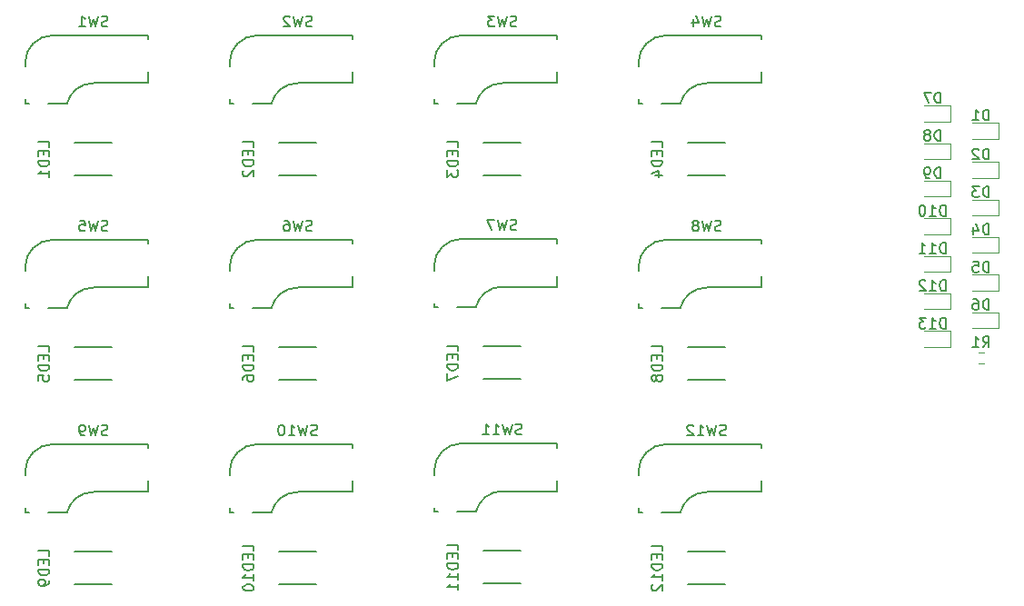
<source format=gbr>
%TF.GenerationSoftware,KiCad,Pcbnew,7.0.10*%
%TF.CreationDate,2026-02-14T21:30:48-08:00*%
%TF.ProjectId,12kempV2.1,31326b65-6d70-4563-922e-312e6b696361,rev?*%
%TF.SameCoordinates,Original*%
%TF.FileFunction,Legend,Bot*%
%TF.FilePolarity,Positive*%
%FSLAX46Y46*%
G04 Gerber Fmt 4.6, Leading zero omitted, Abs format (unit mm)*
G04 Created by KiCad (PCBNEW 7.0.10) date 2026-02-14 21:30:48*
%MOMM*%
%LPD*%
G01*
G04 APERTURE LIST*
%ADD10C,0.150000*%
%ADD11C,0.152400*%
%ADD12C,0.120000*%
G04 APERTURE END LIST*
D10*
X130060832Y-62852200D02*
X129917975Y-62899819D01*
X129917975Y-62899819D02*
X129679880Y-62899819D01*
X129679880Y-62899819D02*
X129584642Y-62852200D01*
X129584642Y-62852200D02*
X129537023Y-62804580D01*
X129537023Y-62804580D02*
X129489404Y-62709342D01*
X129489404Y-62709342D02*
X129489404Y-62614104D01*
X129489404Y-62614104D02*
X129537023Y-62518866D01*
X129537023Y-62518866D02*
X129584642Y-62471247D01*
X129584642Y-62471247D02*
X129679880Y-62423628D01*
X129679880Y-62423628D02*
X129870356Y-62376009D01*
X129870356Y-62376009D02*
X129965594Y-62328390D01*
X129965594Y-62328390D02*
X130013213Y-62280771D01*
X130013213Y-62280771D02*
X130060832Y-62185533D01*
X130060832Y-62185533D02*
X130060832Y-62090295D01*
X130060832Y-62090295D02*
X130013213Y-61995057D01*
X130013213Y-61995057D02*
X129965594Y-61947438D01*
X129965594Y-61947438D02*
X129870356Y-61899819D01*
X129870356Y-61899819D02*
X129632261Y-61899819D01*
X129632261Y-61899819D02*
X129489404Y-61947438D01*
X129156070Y-61899819D02*
X128917975Y-62899819D01*
X128917975Y-62899819D02*
X128727499Y-62185533D01*
X128727499Y-62185533D02*
X128537023Y-62899819D01*
X128537023Y-62899819D02*
X128298928Y-61899819D01*
X127965594Y-61995057D02*
X127917975Y-61947438D01*
X127917975Y-61947438D02*
X127822737Y-61899819D01*
X127822737Y-61899819D02*
X127584642Y-61899819D01*
X127584642Y-61899819D02*
X127489404Y-61947438D01*
X127489404Y-61947438D02*
X127441785Y-61995057D01*
X127441785Y-61995057D02*
X127394166Y-62090295D01*
X127394166Y-62090295D02*
X127394166Y-62185533D01*
X127394166Y-62185533D02*
X127441785Y-62328390D01*
X127441785Y-62328390D02*
X128013213Y-62899819D01*
X128013213Y-62899819D02*
X127394166Y-62899819D01*
X149110832Y-81822200D02*
X148967975Y-81869819D01*
X148967975Y-81869819D02*
X148729880Y-81869819D01*
X148729880Y-81869819D02*
X148634642Y-81822200D01*
X148634642Y-81822200D02*
X148587023Y-81774580D01*
X148587023Y-81774580D02*
X148539404Y-81679342D01*
X148539404Y-81679342D02*
X148539404Y-81584104D01*
X148539404Y-81584104D02*
X148587023Y-81488866D01*
X148587023Y-81488866D02*
X148634642Y-81441247D01*
X148634642Y-81441247D02*
X148729880Y-81393628D01*
X148729880Y-81393628D02*
X148920356Y-81346009D01*
X148920356Y-81346009D02*
X149015594Y-81298390D01*
X149015594Y-81298390D02*
X149063213Y-81250771D01*
X149063213Y-81250771D02*
X149110832Y-81155533D01*
X149110832Y-81155533D02*
X149110832Y-81060295D01*
X149110832Y-81060295D02*
X149063213Y-80965057D01*
X149063213Y-80965057D02*
X149015594Y-80917438D01*
X149015594Y-80917438D02*
X148920356Y-80869819D01*
X148920356Y-80869819D02*
X148682261Y-80869819D01*
X148682261Y-80869819D02*
X148539404Y-80917438D01*
X148206070Y-80869819D02*
X147967975Y-81869819D01*
X147967975Y-81869819D02*
X147777499Y-81155533D01*
X147777499Y-81155533D02*
X147587023Y-81869819D01*
X147587023Y-81869819D02*
X147348928Y-80869819D01*
X147063213Y-80869819D02*
X146396547Y-80869819D01*
X146396547Y-80869819D02*
X146825118Y-81869819D01*
X111010832Y-81902200D02*
X110867975Y-81949819D01*
X110867975Y-81949819D02*
X110629880Y-81949819D01*
X110629880Y-81949819D02*
X110534642Y-81902200D01*
X110534642Y-81902200D02*
X110487023Y-81854580D01*
X110487023Y-81854580D02*
X110439404Y-81759342D01*
X110439404Y-81759342D02*
X110439404Y-81664104D01*
X110439404Y-81664104D02*
X110487023Y-81568866D01*
X110487023Y-81568866D02*
X110534642Y-81521247D01*
X110534642Y-81521247D02*
X110629880Y-81473628D01*
X110629880Y-81473628D02*
X110820356Y-81426009D01*
X110820356Y-81426009D02*
X110915594Y-81378390D01*
X110915594Y-81378390D02*
X110963213Y-81330771D01*
X110963213Y-81330771D02*
X111010832Y-81235533D01*
X111010832Y-81235533D02*
X111010832Y-81140295D01*
X111010832Y-81140295D02*
X110963213Y-81045057D01*
X110963213Y-81045057D02*
X110915594Y-80997438D01*
X110915594Y-80997438D02*
X110820356Y-80949819D01*
X110820356Y-80949819D02*
X110582261Y-80949819D01*
X110582261Y-80949819D02*
X110439404Y-80997438D01*
X110106070Y-80949819D02*
X109867975Y-81949819D01*
X109867975Y-81949819D02*
X109677499Y-81235533D01*
X109677499Y-81235533D02*
X109487023Y-81949819D01*
X109487023Y-81949819D02*
X109248928Y-80949819D01*
X108391785Y-80949819D02*
X108867975Y-80949819D01*
X108867975Y-80949819D02*
X108915594Y-81426009D01*
X108915594Y-81426009D02*
X108867975Y-81378390D01*
X108867975Y-81378390D02*
X108772737Y-81330771D01*
X108772737Y-81330771D02*
X108534642Y-81330771D01*
X108534642Y-81330771D02*
X108439404Y-81378390D01*
X108439404Y-81378390D02*
X108391785Y-81426009D01*
X108391785Y-81426009D02*
X108344166Y-81521247D01*
X108344166Y-81521247D02*
X108344166Y-81759342D01*
X108344166Y-81759342D02*
X108391785Y-81854580D01*
X108391785Y-81854580D02*
X108439404Y-81902200D01*
X108439404Y-81902200D02*
X108534642Y-81949819D01*
X108534642Y-81949819D02*
X108772737Y-81949819D01*
X108772737Y-81949819D02*
X108867975Y-81902200D01*
X108867975Y-81902200D02*
X108915594Y-81854580D01*
X149599523Y-100872200D02*
X149456666Y-100919819D01*
X149456666Y-100919819D02*
X149218571Y-100919819D01*
X149218571Y-100919819D02*
X149123333Y-100872200D01*
X149123333Y-100872200D02*
X149075714Y-100824580D01*
X149075714Y-100824580D02*
X149028095Y-100729342D01*
X149028095Y-100729342D02*
X149028095Y-100634104D01*
X149028095Y-100634104D02*
X149075714Y-100538866D01*
X149075714Y-100538866D02*
X149123333Y-100491247D01*
X149123333Y-100491247D02*
X149218571Y-100443628D01*
X149218571Y-100443628D02*
X149409047Y-100396009D01*
X149409047Y-100396009D02*
X149504285Y-100348390D01*
X149504285Y-100348390D02*
X149551904Y-100300771D01*
X149551904Y-100300771D02*
X149599523Y-100205533D01*
X149599523Y-100205533D02*
X149599523Y-100110295D01*
X149599523Y-100110295D02*
X149551904Y-100015057D01*
X149551904Y-100015057D02*
X149504285Y-99967438D01*
X149504285Y-99967438D02*
X149409047Y-99919819D01*
X149409047Y-99919819D02*
X149170952Y-99919819D01*
X149170952Y-99919819D02*
X149028095Y-99967438D01*
X148694761Y-99919819D02*
X148456666Y-100919819D01*
X148456666Y-100919819D02*
X148266190Y-100205533D01*
X148266190Y-100205533D02*
X148075714Y-100919819D01*
X148075714Y-100919819D02*
X147837619Y-99919819D01*
X146932857Y-100919819D02*
X147504285Y-100919819D01*
X147218571Y-100919819D02*
X147218571Y-99919819D01*
X147218571Y-99919819D02*
X147313809Y-100062676D01*
X147313809Y-100062676D02*
X147409047Y-100157914D01*
X147409047Y-100157914D02*
X147504285Y-100205533D01*
X145980476Y-100919819D02*
X146551904Y-100919819D01*
X146266190Y-100919819D02*
X146266190Y-99919819D01*
X146266190Y-99919819D02*
X146361428Y-100062676D01*
X146361428Y-100062676D02*
X146456666Y-100157914D01*
X146456666Y-100157914D02*
X146551904Y-100205533D01*
X130537023Y-100952200D02*
X130394166Y-100999819D01*
X130394166Y-100999819D02*
X130156071Y-100999819D01*
X130156071Y-100999819D02*
X130060833Y-100952200D01*
X130060833Y-100952200D02*
X130013214Y-100904580D01*
X130013214Y-100904580D02*
X129965595Y-100809342D01*
X129965595Y-100809342D02*
X129965595Y-100714104D01*
X129965595Y-100714104D02*
X130013214Y-100618866D01*
X130013214Y-100618866D02*
X130060833Y-100571247D01*
X130060833Y-100571247D02*
X130156071Y-100523628D01*
X130156071Y-100523628D02*
X130346547Y-100476009D01*
X130346547Y-100476009D02*
X130441785Y-100428390D01*
X130441785Y-100428390D02*
X130489404Y-100380771D01*
X130489404Y-100380771D02*
X130537023Y-100285533D01*
X130537023Y-100285533D02*
X130537023Y-100190295D01*
X130537023Y-100190295D02*
X130489404Y-100095057D01*
X130489404Y-100095057D02*
X130441785Y-100047438D01*
X130441785Y-100047438D02*
X130346547Y-99999819D01*
X130346547Y-99999819D02*
X130108452Y-99999819D01*
X130108452Y-99999819D02*
X129965595Y-100047438D01*
X129632261Y-99999819D02*
X129394166Y-100999819D01*
X129394166Y-100999819D02*
X129203690Y-100285533D01*
X129203690Y-100285533D02*
X129013214Y-100999819D01*
X129013214Y-100999819D02*
X128775119Y-99999819D01*
X127870357Y-100999819D02*
X128441785Y-100999819D01*
X128156071Y-100999819D02*
X128156071Y-99999819D01*
X128156071Y-99999819D02*
X128251309Y-100142676D01*
X128251309Y-100142676D02*
X128346547Y-100237914D01*
X128346547Y-100237914D02*
X128441785Y-100285533D01*
X127251309Y-99999819D02*
X127156071Y-99999819D01*
X127156071Y-99999819D02*
X127060833Y-100047438D01*
X127060833Y-100047438D02*
X127013214Y-100095057D01*
X127013214Y-100095057D02*
X126965595Y-100190295D01*
X126965595Y-100190295D02*
X126917976Y-100380771D01*
X126917976Y-100380771D02*
X126917976Y-100618866D01*
X126917976Y-100618866D02*
X126965595Y-100809342D01*
X126965595Y-100809342D02*
X127013214Y-100904580D01*
X127013214Y-100904580D02*
X127060833Y-100952200D01*
X127060833Y-100952200D02*
X127156071Y-100999819D01*
X127156071Y-100999819D02*
X127251309Y-100999819D01*
X127251309Y-100999819D02*
X127346547Y-100952200D01*
X127346547Y-100952200D02*
X127394166Y-100904580D01*
X127394166Y-100904580D02*
X127441785Y-100809342D01*
X127441785Y-100809342D02*
X127489404Y-100618866D01*
X127489404Y-100618866D02*
X127489404Y-100380771D01*
X127489404Y-100380771D02*
X127441785Y-100190295D01*
X127441785Y-100190295D02*
X127394166Y-100095057D01*
X127394166Y-100095057D02*
X127346547Y-100047438D01*
X127346547Y-100047438D02*
X127251309Y-99999819D01*
X111010832Y-62852200D02*
X110867975Y-62899819D01*
X110867975Y-62899819D02*
X110629880Y-62899819D01*
X110629880Y-62899819D02*
X110534642Y-62852200D01*
X110534642Y-62852200D02*
X110487023Y-62804580D01*
X110487023Y-62804580D02*
X110439404Y-62709342D01*
X110439404Y-62709342D02*
X110439404Y-62614104D01*
X110439404Y-62614104D02*
X110487023Y-62518866D01*
X110487023Y-62518866D02*
X110534642Y-62471247D01*
X110534642Y-62471247D02*
X110629880Y-62423628D01*
X110629880Y-62423628D02*
X110820356Y-62376009D01*
X110820356Y-62376009D02*
X110915594Y-62328390D01*
X110915594Y-62328390D02*
X110963213Y-62280771D01*
X110963213Y-62280771D02*
X111010832Y-62185533D01*
X111010832Y-62185533D02*
X111010832Y-62090295D01*
X111010832Y-62090295D02*
X110963213Y-61995057D01*
X110963213Y-61995057D02*
X110915594Y-61947438D01*
X110915594Y-61947438D02*
X110820356Y-61899819D01*
X110820356Y-61899819D02*
X110582261Y-61899819D01*
X110582261Y-61899819D02*
X110439404Y-61947438D01*
X110106070Y-61899819D02*
X109867975Y-62899819D01*
X109867975Y-62899819D02*
X109677499Y-62185533D01*
X109677499Y-62185533D02*
X109487023Y-62899819D01*
X109487023Y-62899819D02*
X109248928Y-61899819D01*
X108344166Y-62899819D02*
X108915594Y-62899819D01*
X108629880Y-62899819D02*
X108629880Y-61899819D01*
X108629880Y-61899819D02*
X108725118Y-62042676D01*
X108725118Y-62042676D02*
X108820356Y-62137914D01*
X108820356Y-62137914D02*
X108915594Y-62185533D01*
X168160832Y-81902200D02*
X168017975Y-81949819D01*
X168017975Y-81949819D02*
X167779880Y-81949819D01*
X167779880Y-81949819D02*
X167684642Y-81902200D01*
X167684642Y-81902200D02*
X167637023Y-81854580D01*
X167637023Y-81854580D02*
X167589404Y-81759342D01*
X167589404Y-81759342D02*
X167589404Y-81664104D01*
X167589404Y-81664104D02*
X167637023Y-81568866D01*
X167637023Y-81568866D02*
X167684642Y-81521247D01*
X167684642Y-81521247D02*
X167779880Y-81473628D01*
X167779880Y-81473628D02*
X167970356Y-81426009D01*
X167970356Y-81426009D02*
X168065594Y-81378390D01*
X168065594Y-81378390D02*
X168113213Y-81330771D01*
X168113213Y-81330771D02*
X168160832Y-81235533D01*
X168160832Y-81235533D02*
X168160832Y-81140295D01*
X168160832Y-81140295D02*
X168113213Y-81045057D01*
X168113213Y-81045057D02*
X168065594Y-80997438D01*
X168065594Y-80997438D02*
X167970356Y-80949819D01*
X167970356Y-80949819D02*
X167732261Y-80949819D01*
X167732261Y-80949819D02*
X167589404Y-80997438D01*
X167256070Y-80949819D02*
X167017975Y-81949819D01*
X167017975Y-81949819D02*
X166827499Y-81235533D01*
X166827499Y-81235533D02*
X166637023Y-81949819D01*
X166637023Y-81949819D02*
X166398928Y-80949819D01*
X165875118Y-81378390D02*
X165970356Y-81330771D01*
X165970356Y-81330771D02*
X166017975Y-81283152D01*
X166017975Y-81283152D02*
X166065594Y-81187914D01*
X166065594Y-81187914D02*
X166065594Y-81140295D01*
X166065594Y-81140295D02*
X166017975Y-81045057D01*
X166017975Y-81045057D02*
X165970356Y-80997438D01*
X165970356Y-80997438D02*
X165875118Y-80949819D01*
X165875118Y-80949819D02*
X165684642Y-80949819D01*
X165684642Y-80949819D02*
X165589404Y-80997438D01*
X165589404Y-80997438D02*
X165541785Y-81045057D01*
X165541785Y-81045057D02*
X165494166Y-81140295D01*
X165494166Y-81140295D02*
X165494166Y-81187914D01*
X165494166Y-81187914D02*
X165541785Y-81283152D01*
X165541785Y-81283152D02*
X165589404Y-81330771D01*
X165589404Y-81330771D02*
X165684642Y-81378390D01*
X165684642Y-81378390D02*
X165875118Y-81378390D01*
X165875118Y-81378390D02*
X165970356Y-81426009D01*
X165970356Y-81426009D02*
X166017975Y-81473628D01*
X166017975Y-81473628D02*
X166065594Y-81568866D01*
X166065594Y-81568866D02*
X166065594Y-81759342D01*
X166065594Y-81759342D02*
X166017975Y-81854580D01*
X166017975Y-81854580D02*
X165970356Y-81902200D01*
X165970356Y-81902200D02*
X165875118Y-81949819D01*
X165875118Y-81949819D02*
X165684642Y-81949819D01*
X165684642Y-81949819D02*
X165589404Y-81902200D01*
X165589404Y-81902200D02*
X165541785Y-81854580D01*
X165541785Y-81854580D02*
X165494166Y-81759342D01*
X165494166Y-81759342D02*
X165494166Y-81568866D01*
X165494166Y-81568866D02*
X165541785Y-81473628D01*
X165541785Y-81473628D02*
X165589404Y-81426009D01*
X165589404Y-81426009D02*
X165684642Y-81378390D01*
X130060832Y-81902200D02*
X129917975Y-81949819D01*
X129917975Y-81949819D02*
X129679880Y-81949819D01*
X129679880Y-81949819D02*
X129584642Y-81902200D01*
X129584642Y-81902200D02*
X129537023Y-81854580D01*
X129537023Y-81854580D02*
X129489404Y-81759342D01*
X129489404Y-81759342D02*
X129489404Y-81664104D01*
X129489404Y-81664104D02*
X129537023Y-81568866D01*
X129537023Y-81568866D02*
X129584642Y-81521247D01*
X129584642Y-81521247D02*
X129679880Y-81473628D01*
X129679880Y-81473628D02*
X129870356Y-81426009D01*
X129870356Y-81426009D02*
X129965594Y-81378390D01*
X129965594Y-81378390D02*
X130013213Y-81330771D01*
X130013213Y-81330771D02*
X130060832Y-81235533D01*
X130060832Y-81235533D02*
X130060832Y-81140295D01*
X130060832Y-81140295D02*
X130013213Y-81045057D01*
X130013213Y-81045057D02*
X129965594Y-80997438D01*
X129965594Y-80997438D02*
X129870356Y-80949819D01*
X129870356Y-80949819D02*
X129632261Y-80949819D01*
X129632261Y-80949819D02*
X129489404Y-80997438D01*
X129156070Y-80949819D02*
X128917975Y-81949819D01*
X128917975Y-81949819D02*
X128727499Y-81235533D01*
X128727499Y-81235533D02*
X128537023Y-81949819D01*
X128537023Y-81949819D02*
X128298928Y-80949819D01*
X127489404Y-80949819D02*
X127679880Y-80949819D01*
X127679880Y-80949819D02*
X127775118Y-80997438D01*
X127775118Y-80997438D02*
X127822737Y-81045057D01*
X127822737Y-81045057D02*
X127917975Y-81187914D01*
X127917975Y-81187914D02*
X127965594Y-81378390D01*
X127965594Y-81378390D02*
X127965594Y-81759342D01*
X127965594Y-81759342D02*
X127917975Y-81854580D01*
X127917975Y-81854580D02*
X127870356Y-81902200D01*
X127870356Y-81902200D02*
X127775118Y-81949819D01*
X127775118Y-81949819D02*
X127584642Y-81949819D01*
X127584642Y-81949819D02*
X127489404Y-81902200D01*
X127489404Y-81902200D02*
X127441785Y-81854580D01*
X127441785Y-81854580D02*
X127394166Y-81759342D01*
X127394166Y-81759342D02*
X127394166Y-81521247D01*
X127394166Y-81521247D02*
X127441785Y-81426009D01*
X127441785Y-81426009D02*
X127489404Y-81378390D01*
X127489404Y-81378390D02*
X127584642Y-81330771D01*
X127584642Y-81330771D02*
X127775118Y-81330771D01*
X127775118Y-81330771D02*
X127870356Y-81378390D01*
X127870356Y-81378390D02*
X127917975Y-81426009D01*
X127917975Y-81426009D02*
X127965594Y-81521247D01*
X111010832Y-100952200D02*
X110867975Y-100999819D01*
X110867975Y-100999819D02*
X110629880Y-100999819D01*
X110629880Y-100999819D02*
X110534642Y-100952200D01*
X110534642Y-100952200D02*
X110487023Y-100904580D01*
X110487023Y-100904580D02*
X110439404Y-100809342D01*
X110439404Y-100809342D02*
X110439404Y-100714104D01*
X110439404Y-100714104D02*
X110487023Y-100618866D01*
X110487023Y-100618866D02*
X110534642Y-100571247D01*
X110534642Y-100571247D02*
X110629880Y-100523628D01*
X110629880Y-100523628D02*
X110820356Y-100476009D01*
X110820356Y-100476009D02*
X110915594Y-100428390D01*
X110915594Y-100428390D02*
X110963213Y-100380771D01*
X110963213Y-100380771D02*
X111010832Y-100285533D01*
X111010832Y-100285533D02*
X111010832Y-100190295D01*
X111010832Y-100190295D02*
X110963213Y-100095057D01*
X110963213Y-100095057D02*
X110915594Y-100047438D01*
X110915594Y-100047438D02*
X110820356Y-99999819D01*
X110820356Y-99999819D02*
X110582261Y-99999819D01*
X110582261Y-99999819D02*
X110439404Y-100047438D01*
X110106070Y-99999819D02*
X109867975Y-100999819D01*
X109867975Y-100999819D02*
X109677499Y-100285533D01*
X109677499Y-100285533D02*
X109487023Y-100999819D01*
X109487023Y-100999819D02*
X109248928Y-99999819D01*
X108820356Y-100999819D02*
X108629880Y-100999819D01*
X108629880Y-100999819D02*
X108534642Y-100952200D01*
X108534642Y-100952200D02*
X108487023Y-100904580D01*
X108487023Y-100904580D02*
X108391785Y-100761723D01*
X108391785Y-100761723D02*
X108344166Y-100571247D01*
X108344166Y-100571247D02*
X108344166Y-100190295D01*
X108344166Y-100190295D02*
X108391785Y-100095057D01*
X108391785Y-100095057D02*
X108439404Y-100047438D01*
X108439404Y-100047438D02*
X108534642Y-99999819D01*
X108534642Y-99999819D02*
X108725118Y-99999819D01*
X108725118Y-99999819D02*
X108820356Y-100047438D01*
X108820356Y-100047438D02*
X108867975Y-100095057D01*
X108867975Y-100095057D02*
X108915594Y-100190295D01*
X108915594Y-100190295D02*
X108915594Y-100428390D01*
X108915594Y-100428390D02*
X108867975Y-100523628D01*
X108867975Y-100523628D02*
X108820356Y-100571247D01*
X108820356Y-100571247D02*
X108725118Y-100618866D01*
X108725118Y-100618866D02*
X108534642Y-100618866D01*
X108534642Y-100618866D02*
X108439404Y-100571247D01*
X108439404Y-100571247D02*
X108391785Y-100523628D01*
X108391785Y-100523628D02*
X108344166Y-100428390D01*
X168637023Y-100952200D02*
X168494166Y-100999819D01*
X168494166Y-100999819D02*
X168256071Y-100999819D01*
X168256071Y-100999819D02*
X168160833Y-100952200D01*
X168160833Y-100952200D02*
X168113214Y-100904580D01*
X168113214Y-100904580D02*
X168065595Y-100809342D01*
X168065595Y-100809342D02*
X168065595Y-100714104D01*
X168065595Y-100714104D02*
X168113214Y-100618866D01*
X168113214Y-100618866D02*
X168160833Y-100571247D01*
X168160833Y-100571247D02*
X168256071Y-100523628D01*
X168256071Y-100523628D02*
X168446547Y-100476009D01*
X168446547Y-100476009D02*
X168541785Y-100428390D01*
X168541785Y-100428390D02*
X168589404Y-100380771D01*
X168589404Y-100380771D02*
X168637023Y-100285533D01*
X168637023Y-100285533D02*
X168637023Y-100190295D01*
X168637023Y-100190295D02*
X168589404Y-100095057D01*
X168589404Y-100095057D02*
X168541785Y-100047438D01*
X168541785Y-100047438D02*
X168446547Y-99999819D01*
X168446547Y-99999819D02*
X168208452Y-99999819D01*
X168208452Y-99999819D02*
X168065595Y-100047438D01*
X167732261Y-99999819D02*
X167494166Y-100999819D01*
X167494166Y-100999819D02*
X167303690Y-100285533D01*
X167303690Y-100285533D02*
X167113214Y-100999819D01*
X167113214Y-100999819D02*
X166875119Y-99999819D01*
X165970357Y-100999819D02*
X166541785Y-100999819D01*
X166256071Y-100999819D02*
X166256071Y-99999819D01*
X166256071Y-99999819D02*
X166351309Y-100142676D01*
X166351309Y-100142676D02*
X166446547Y-100237914D01*
X166446547Y-100237914D02*
X166541785Y-100285533D01*
X165589404Y-100095057D02*
X165541785Y-100047438D01*
X165541785Y-100047438D02*
X165446547Y-99999819D01*
X165446547Y-99999819D02*
X165208452Y-99999819D01*
X165208452Y-99999819D02*
X165113214Y-100047438D01*
X165113214Y-100047438D02*
X165065595Y-100095057D01*
X165065595Y-100095057D02*
X165017976Y-100190295D01*
X165017976Y-100190295D02*
X165017976Y-100285533D01*
X165017976Y-100285533D02*
X165065595Y-100428390D01*
X165065595Y-100428390D02*
X165637023Y-100999819D01*
X165637023Y-100999819D02*
X165017976Y-100999819D01*
X149110832Y-62852200D02*
X148967975Y-62899819D01*
X148967975Y-62899819D02*
X148729880Y-62899819D01*
X148729880Y-62899819D02*
X148634642Y-62852200D01*
X148634642Y-62852200D02*
X148587023Y-62804580D01*
X148587023Y-62804580D02*
X148539404Y-62709342D01*
X148539404Y-62709342D02*
X148539404Y-62614104D01*
X148539404Y-62614104D02*
X148587023Y-62518866D01*
X148587023Y-62518866D02*
X148634642Y-62471247D01*
X148634642Y-62471247D02*
X148729880Y-62423628D01*
X148729880Y-62423628D02*
X148920356Y-62376009D01*
X148920356Y-62376009D02*
X149015594Y-62328390D01*
X149015594Y-62328390D02*
X149063213Y-62280771D01*
X149063213Y-62280771D02*
X149110832Y-62185533D01*
X149110832Y-62185533D02*
X149110832Y-62090295D01*
X149110832Y-62090295D02*
X149063213Y-61995057D01*
X149063213Y-61995057D02*
X149015594Y-61947438D01*
X149015594Y-61947438D02*
X148920356Y-61899819D01*
X148920356Y-61899819D02*
X148682261Y-61899819D01*
X148682261Y-61899819D02*
X148539404Y-61947438D01*
X148206070Y-61899819D02*
X147967975Y-62899819D01*
X147967975Y-62899819D02*
X147777499Y-62185533D01*
X147777499Y-62185533D02*
X147587023Y-62899819D01*
X147587023Y-62899819D02*
X147348928Y-61899819D01*
X147063213Y-61899819D02*
X146444166Y-61899819D01*
X146444166Y-61899819D02*
X146777499Y-62280771D01*
X146777499Y-62280771D02*
X146634642Y-62280771D01*
X146634642Y-62280771D02*
X146539404Y-62328390D01*
X146539404Y-62328390D02*
X146491785Y-62376009D01*
X146491785Y-62376009D02*
X146444166Y-62471247D01*
X146444166Y-62471247D02*
X146444166Y-62709342D01*
X146444166Y-62709342D02*
X146491785Y-62804580D01*
X146491785Y-62804580D02*
X146539404Y-62852200D01*
X146539404Y-62852200D02*
X146634642Y-62899819D01*
X146634642Y-62899819D02*
X146920356Y-62899819D01*
X146920356Y-62899819D02*
X147015594Y-62852200D01*
X147015594Y-62852200D02*
X147063213Y-62804580D01*
X168160832Y-62852200D02*
X168017975Y-62899819D01*
X168017975Y-62899819D02*
X167779880Y-62899819D01*
X167779880Y-62899819D02*
X167684642Y-62852200D01*
X167684642Y-62852200D02*
X167637023Y-62804580D01*
X167637023Y-62804580D02*
X167589404Y-62709342D01*
X167589404Y-62709342D02*
X167589404Y-62614104D01*
X167589404Y-62614104D02*
X167637023Y-62518866D01*
X167637023Y-62518866D02*
X167684642Y-62471247D01*
X167684642Y-62471247D02*
X167779880Y-62423628D01*
X167779880Y-62423628D02*
X167970356Y-62376009D01*
X167970356Y-62376009D02*
X168065594Y-62328390D01*
X168065594Y-62328390D02*
X168113213Y-62280771D01*
X168113213Y-62280771D02*
X168160832Y-62185533D01*
X168160832Y-62185533D02*
X168160832Y-62090295D01*
X168160832Y-62090295D02*
X168113213Y-61995057D01*
X168113213Y-61995057D02*
X168065594Y-61947438D01*
X168065594Y-61947438D02*
X167970356Y-61899819D01*
X167970356Y-61899819D02*
X167732261Y-61899819D01*
X167732261Y-61899819D02*
X167589404Y-61947438D01*
X167256070Y-61899819D02*
X167017975Y-62899819D01*
X167017975Y-62899819D02*
X166827499Y-62185533D01*
X166827499Y-62185533D02*
X166637023Y-62899819D01*
X166637023Y-62899819D02*
X166398928Y-61899819D01*
X165589404Y-62233152D02*
X165589404Y-62899819D01*
X165827499Y-61852200D02*
X166065594Y-62566485D01*
X166065594Y-62566485D02*
X165446547Y-62566485D01*
X124612819Y-93180952D02*
X124612819Y-92704762D01*
X124612819Y-92704762D02*
X123612819Y-92704762D01*
X124089009Y-93514286D02*
X124089009Y-93847619D01*
X124612819Y-93990476D02*
X124612819Y-93514286D01*
X124612819Y-93514286D02*
X123612819Y-93514286D01*
X123612819Y-93514286D02*
X123612819Y-93990476D01*
X124612819Y-94419048D02*
X123612819Y-94419048D01*
X123612819Y-94419048D02*
X123612819Y-94657143D01*
X123612819Y-94657143D02*
X123660438Y-94800000D01*
X123660438Y-94800000D02*
X123755676Y-94895238D01*
X123755676Y-94895238D02*
X123850914Y-94942857D01*
X123850914Y-94942857D02*
X124041390Y-94990476D01*
X124041390Y-94990476D02*
X124184247Y-94990476D01*
X124184247Y-94990476D02*
X124374723Y-94942857D01*
X124374723Y-94942857D02*
X124469961Y-94895238D01*
X124469961Y-94895238D02*
X124565200Y-94800000D01*
X124565200Y-94800000D02*
X124612819Y-94657143D01*
X124612819Y-94657143D02*
X124612819Y-94419048D01*
X123612819Y-95847619D02*
X123612819Y-95657143D01*
X123612819Y-95657143D02*
X123660438Y-95561905D01*
X123660438Y-95561905D02*
X123708057Y-95514286D01*
X123708057Y-95514286D02*
X123850914Y-95419048D01*
X123850914Y-95419048D02*
X124041390Y-95371429D01*
X124041390Y-95371429D02*
X124422342Y-95371429D01*
X124422342Y-95371429D02*
X124517580Y-95419048D01*
X124517580Y-95419048D02*
X124565200Y-95466667D01*
X124565200Y-95466667D02*
X124612819Y-95561905D01*
X124612819Y-95561905D02*
X124612819Y-95752381D01*
X124612819Y-95752381D02*
X124565200Y-95847619D01*
X124565200Y-95847619D02*
X124517580Y-95895238D01*
X124517580Y-95895238D02*
X124422342Y-95942857D01*
X124422342Y-95942857D02*
X124184247Y-95942857D01*
X124184247Y-95942857D02*
X124089009Y-95895238D01*
X124089009Y-95895238D02*
X124041390Y-95847619D01*
X124041390Y-95847619D02*
X123993771Y-95752381D01*
X123993771Y-95752381D02*
X123993771Y-95561905D01*
X123993771Y-95561905D02*
X124041390Y-95466667D01*
X124041390Y-95466667D02*
X124089009Y-95419048D01*
X124089009Y-95419048D02*
X124184247Y-95371429D01*
X188627594Y-73524819D02*
X188627594Y-72524819D01*
X188627594Y-72524819D02*
X188389499Y-72524819D01*
X188389499Y-72524819D02*
X188246642Y-72572438D01*
X188246642Y-72572438D02*
X188151404Y-72667676D01*
X188151404Y-72667676D02*
X188103785Y-72762914D01*
X188103785Y-72762914D02*
X188056166Y-72953390D01*
X188056166Y-72953390D02*
X188056166Y-73096247D01*
X188056166Y-73096247D02*
X188103785Y-73286723D01*
X188103785Y-73286723D02*
X188151404Y-73381961D01*
X188151404Y-73381961D02*
X188246642Y-73477200D01*
X188246642Y-73477200D02*
X188389499Y-73524819D01*
X188389499Y-73524819D02*
X188627594Y-73524819D01*
X187484737Y-72953390D02*
X187579975Y-72905771D01*
X187579975Y-72905771D02*
X187627594Y-72858152D01*
X187627594Y-72858152D02*
X187675213Y-72762914D01*
X187675213Y-72762914D02*
X187675213Y-72715295D01*
X187675213Y-72715295D02*
X187627594Y-72620057D01*
X187627594Y-72620057D02*
X187579975Y-72572438D01*
X187579975Y-72572438D02*
X187484737Y-72524819D01*
X187484737Y-72524819D02*
X187294261Y-72524819D01*
X187294261Y-72524819D02*
X187199023Y-72572438D01*
X187199023Y-72572438D02*
X187151404Y-72620057D01*
X187151404Y-72620057D02*
X187103785Y-72715295D01*
X187103785Y-72715295D02*
X187103785Y-72762914D01*
X187103785Y-72762914D02*
X187151404Y-72858152D01*
X187151404Y-72858152D02*
X187199023Y-72905771D01*
X187199023Y-72905771D02*
X187294261Y-72953390D01*
X187294261Y-72953390D02*
X187484737Y-72953390D01*
X187484737Y-72953390D02*
X187579975Y-73001009D01*
X187579975Y-73001009D02*
X187627594Y-73048628D01*
X187627594Y-73048628D02*
X187675213Y-73143866D01*
X187675213Y-73143866D02*
X187675213Y-73334342D01*
X187675213Y-73334342D02*
X187627594Y-73429580D01*
X187627594Y-73429580D02*
X187579975Y-73477200D01*
X187579975Y-73477200D02*
X187484737Y-73524819D01*
X187484737Y-73524819D02*
X187294261Y-73524819D01*
X187294261Y-73524819D02*
X187199023Y-73477200D01*
X187199023Y-73477200D02*
X187151404Y-73429580D01*
X187151404Y-73429580D02*
X187103785Y-73334342D01*
X187103785Y-73334342D02*
X187103785Y-73143866D01*
X187103785Y-73143866D02*
X187151404Y-73048628D01*
X187151404Y-73048628D02*
X187199023Y-73001009D01*
X187199023Y-73001009D02*
X187294261Y-72953390D01*
X105562819Y-112230952D02*
X105562819Y-111754762D01*
X105562819Y-111754762D02*
X104562819Y-111754762D01*
X105039009Y-112564286D02*
X105039009Y-112897619D01*
X105562819Y-113040476D02*
X105562819Y-112564286D01*
X105562819Y-112564286D02*
X104562819Y-112564286D01*
X104562819Y-112564286D02*
X104562819Y-113040476D01*
X105562819Y-113469048D02*
X104562819Y-113469048D01*
X104562819Y-113469048D02*
X104562819Y-113707143D01*
X104562819Y-113707143D02*
X104610438Y-113850000D01*
X104610438Y-113850000D02*
X104705676Y-113945238D01*
X104705676Y-113945238D02*
X104800914Y-113992857D01*
X104800914Y-113992857D02*
X104991390Y-114040476D01*
X104991390Y-114040476D02*
X105134247Y-114040476D01*
X105134247Y-114040476D02*
X105324723Y-113992857D01*
X105324723Y-113992857D02*
X105419961Y-113945238D01*
X105419961Y-113945238D02*
X105515200Y-113850000D01*
X105515200Y-113850000D02*
X105562819Y-113707143D01*
X105562819Y-113707143D02*
X105562819Y-113469048D01*
X105562819Y-114516667D02*
X105562819Y-114707143D01*
X105562819Y-114707143D02*
X105515200Y-114802381D01*
X105515200Y-114802381D02*
X105467580Y-114850000D01*
X105467580Y-114850000D02*
X105324723Y-114945238D01*
X105324723Y-114945238D02*
X105134247Y-114992857D01*
X105134247Y-114992857D02*
X104753295Y-114992857D01*
X104753295Y-114992857D02*
X104658057Y-114945238D01*
X104658057Y-114945238D02*
X104610438Y-114897619D01*
X104610438Y-114897619D02*
X104562819Y-114802381D01*
X104562819Y-114802381D02*
X104562819Y-114611905D01*
X104562819Y-114611905D02*
X104610438Y-114516667D01*
X104610438Y-114516667D02*
X104658057Y-114469048D01*
X104658057Y-114469048D02*
X104753295Y-114421429D01*
X104753295Y-114421429D02*
X104991390Y-114421429D01*
X104991390Y-114421429D02*
X105086628Y-114469048D01*
X105086628Y-114469048D02*
X105134247Y-114516667D01*
X105134247Y-114516667D02*
X105181866Y-114611905D01*
X105181866Y-114611905D02*
X105181866Y-114802381D01*
X105181866Y-114802381D02*
X105134247Y-114897619D01*
X105134247Y-114897619D02*
X105086628Y-114945238D01*
X105086628Y-114945238D02*
X104991390Y-114992857D01*
X193127594Y-78774819D02*
X193127594Y-77774819D01*
X193127594Y-77774819D02*
X192889499Y-77774819D01*
X192889499Y-77774819D02*
X192746642Y-77822438D01*
X192746642Y-77822438D02*
X192651404Y-77917676D01*
X192651404Y-77917676D02*
X192603785Y-78012914D01*
X192603785Y-78012914D02*
X192556166Y-78203390D01*
X192556166Y-78203390D02*
X192556166Y-78346247D01*
X192556166Y-78346247D02*
X192603785Y-78536723D01*
X192603785Y-78536723D02*
X192651404Y-78631961D01*
X192651404Y-78631961D02*
X192746642Y-78727200D01*
X192746642Y-78727200D02*
X192889499Y-78774819D01*
X192889499Y-78774819D02*
X193127594Y-78774819D01*
X192222832Y-77774819D02*
X191603785Y-77774819D01*
X191603785Y-77774819D02*
X191937118Y-78155771D01*
X191937118Y-78155771D02*
X191794261Y-78155771D01*
X191794261Y-78155771D02*
X191699023Y-78203390D01*
X191699023Y-78203390D02*
X191651404Y-78251009D01*
X191651404Y-78251009D02*
X191603785Y-78346247D01*
X191603785Y-78346247D02*
X191603785Y-78584342D01*
X191603785Y-78584342D02*
X191651404Y-78679580D01*
X191651404Y-78679580D02*
X191699023Y-78727200D01*
X191699023Y-78727200D02*
X191794261Y-78774819D01*
X191794261Y-78774819D02*
X192079975Y-78774819D01*
X192079975Y-78774819D02*
X192175213Y-78727200D01*
X192175213Y-78727200D02*
X192222832Y-78679580D01*
X193127594Y-89274819D02*
X193127594Y-88274819D01*
X193127594Y-88274819D02*
X192889499Y-88274819D01*
X192889499Y-88274819D02*
X192746642Y-88322438D01*
X192746642Y-88322438D02*
X192651404Y-88417676D01*
X192651404Y-88417676D02*
X192603785Y-88512914D01*
X192603785Y-88512914D02*
X192556166Y-88703390D01*
X192556166Y-88703390D02*
X192556166Y-88846247D01*
X192556166Y-88846247D02*
X192603785Y-89036723D01*
X192603785Y-89036723D02*
X192651404Y-89131961D01*
X192651404Y-89131961D02*
X192746642Y-89227200D01*
X192746642Y-89227200D02*
X192889499Y-89274819D01*
X192889499Y-89274819D02*
X193127594Y-89274819D01*
X191699023Y-88274819D02*
X191889499Y-88274819D01*
X191889499Y-88274819D02*
X191984737Y-88322438D01*
X191984737Y-88322438D02*
X192032356Y-88370057D01*
X192032356Y-88370057D02*
X192127594Y-88512914D01*
X192127594Y-88512914D02*
X192175213Y-88703390D01*
X192175213Y-88703390D02*
X192175213Y-89084342D01*
X192175213Y-89084342D02*
X192127594Y-89179580D01*
X192127594Y-89179580D02*
X192079975Y-89227200D01*
X192079975Y-89227200D02*
X191984737Y-89274819D01*
X191984737Y-89274819D02*
X191794261Y-89274819D01*
X191794261Y-89274819D02*
X191699023Y-89227200D01*
X191699023Y-89227200D02*
X191651404Y-89179580D01*
X191651404Y-89179580D02*
X191603785Y-89084342D01*
X191603785Y-89084342D02*
X191603785Y-88846247D01*
X191603785Y-88846247D02*
X191651404Y-88751009D01*
X191651404Y-88751009D02*
X191699023Y-88703390D01*
X191699023Y-88703390D02*
X191794261Y-88655771D01*
X191794261Y-88655771D02*
X191984737Y-88655771D01*
X191984737Y-88655771D02*
X192079975Y-88703390D01*
X192079975Y-88703390D02*
X192127594Y-88751009D01*
X192127594Y-88751009D02*
X192175213Y-88846247D01*
X105562819Y-74130952D02*
X105562819Y-73654762D01*
X105562819Y-73654762D02*
X104562819Y-73654762D01*
X105039009Y-74464286D02*
X105039009Y-74797619D01*
X105562819Y-74940476D02*
X105562819Y-74464286D01*
X105562819Y-74464286D02*
X104562819Y-74464286D01*
X104562819Y-74464286D02*
X104562819Y-74940476D01*
X105562819Y-75369048D02*
X104562819Y-75369048D01*
X104562819Y-75369048D02*
X104562819Y-75607143D01*
X104562819Y-75607143D02*
X104610438Y-75750000D01*
X104610438Y-75750000D02*
X104705676Y-75845238D01*
X104705676Y-75845238D02*
X104800914Y-75892857D01*
X104800914Y-75892857D02*
X104991390Y-75940476D01*
X104991390Y-75940476D02*
X105134247Y-75940476D01*
X105134247Y-75940476D02*
X105324723Y-75892857D01*
X105324723Y-75892857D02*
X105419961Y-75845238D01*
X105419961Y-75845238D02*
X105515200Y-75750000D01*
X105515200Y-75750000D02*
X105562819Y-75607143D01*
X105562819Y-75607143D02*
X105562819Y-75369048D01*
X105562819Y-76892857D02*
X105562819Y-76321429D01*
X105562819Y-76607143D02*
X104562819Y-76607143D01*
X104562819Y-76607143D02*
X104705676Y-76511905D01*
X104705676Y-76511905D02*
X104800914Y-76416667D01*
X104800914Y-76416667D02*
X104848533Y-76321429D01*
X189103785Y-91024819D02*
X189103785Y-90024819D01*
X189103785Y-90024819D02*
X188865690Y-90024819D01*
X188865690Y-90024819D02*
X188722833Y-90072438D01*
X188722833Y-90072438D02*
X188627595Y-90167676D01*
X188627595Y-90167676D02*
X188579976Y-90262914D01*
X188579976Y-90262914D02*
X188532357Y-90453390D01*
X188532357Y-90453390D02*
X188532357Y-90596247D01*
X188532357Y-90596247D02*
X188579976Y-90786723D01*
X188579976Y-90786723D02*
X188627595Y-90881961D01*
X188627595Y-90881961D02*
X188722833Y-90977200D01*
X188722833Y-90977200D02*
X188865690Y-91024819D01*
X188865690Y-91024819D02*
X189103785Y-91024819D01*
X187579976Y-91024819D02*
X188151404Y-91024819D01*
X187865690Y-91024819D02*
X187865690Y-90024819D01*
X187865690Y-90024819D02*
X187960928Y-90167676D01*
X187960928Y-90167676D02*
X188056166Y-90262914D01*
X188056166Y-90262914D02*
X188151404Y-90310533D01*
X187246642Y-90024819D02*
X186627595Y-90024819D01*
X186627595Y-90024819D02*
X186960928Y-90405771D01*
X186960928Y-90405771D02*
X186818071Y-90405771D01*
X186818071Y-90405771D02*
X186722833Y-90453390D01*
X186722833Y-90453390D02*
X186675214Y-90501009D01*
X186675214Y-90501009D02*
X186627595Y-90596247D01*
X186627595Y-90596247D02*
X186627595Y-90834342D01*
X186627595Y-90834342D02*
X186675214Y-90929580D01*
X186675214Y-90929580D02*
X186722833Y-90977200D01*
X186722833Y-90977200D02*
X186818071Y-91024819D01*
X186818071Y-91024819D02*
X187103785Y-91024819D01*
X187103785Y-91024819D02*
X187199023Y-90977200D01*
X187199023Y-90977200D02*
X187246642Y-90929580D01*
X189103785Y-84024819D02*
X189103785Y-83024819D01*
X189103785Y-83024819D02*
X188865690Y-83024819D01*
X188865690Y-83024819D02*
X188722833Y-83072438D01*
X188722833Y-83072438D02*
X188627595Y-83167676D01*
X188627595Y-83167676D02*
X188579976Y-83262914D01*
X188579976Y-83262914D02*
X188532357Y-83453390D01*
X188532357Y-83453390D02*
X188532357Y-83596247D01*
X188532357Y-83596247D02*
X188579976Y-83786723D01*
X188579976Y-83786723D02*
X188627595Y-83881961D01*
X188627595Y-83881961D02*
X188722833Y-83977200D01*
X188722833Y-83977200D02*
X188865690Y-84024819D01*
X188865690Y-84024819D02*
X189103785Y-84024819D01*
X187579976Y-84024819D02*
X188151404Y-84024819D01*
X187865690Y-84024819D02*
X187865690Y-83024819D01*
X187865690Y-83024819D02*
X187960928Y-83167676D01*
X187960928Y-83167676D02*
X188056166Y-83262914D01*
X188056166Y-83262914D02*
X188151404Y-83310533D01*
X186627595Y-84024819D02*
X187199023Y-84024819D01*
X186913309Y-84024819D02*
X186913309Y-83024819D01*
X186913309Y-83024819D02*
X187008547Y-83167676D01*
X187008547Y-83167676D02*
X187103785Y-83262914D01*
X187103785Y-83262914D02*
X187199023Y-83310533D01*
X193127594Y-71624819D02*
X193127594Y-70624819D01*
X193127594Y-70624819D02*
X192889499Y-70624819D01*
X192889499Y-70624819D02*
X192746642Y-70672438D01*
X192746642Y-70672438D02*
X192651404Y-70767676D01*
X192651404Y-70767676D02*
X192603785Y-70862914D01*
X192603785Y-70862914D02*
X192556166Y-71053390D01*
X192556166Y-71053390D02*
X192556166Y-71196247D01*
X192556166Y-71196247D02*
X192603785Y-71386723D01*
X192603785Y-71386723D02*
X192651404Y-71481961D01*
X192651404Y-71481961D02*
X192746642Y-71577200D01*
X192746642Y-71577200D02*
X192889499Y-71624819D01*
X192889499Y-71624819D02*
X193127594Y-71624819D01*
X191603785Y-71624819D02*
X192175213Y-71624819D01*
X191889499Y-71624819D02*
X191889499Y-70624819D01*
X191889499Y-70624819D02*
X191984737Y-70767676D01*
X191984737Y-70767676D02*
X192079975Y-70862914D01*
X192079975Y-70862914D02*
X192175213Y-70910533D01*
X143662819Y-74130952D02*
X143662819Y-73654762D01*
X143662819Y-73654762D02*
X142662819Y-73654762D01*
X143139009Y-74464286D02*
X143139009Y-74797619D01*
X143662819Y-74940476D02*
X143662819Y-74464286D01*
X143662819Y-74464286D02*
X142662819Y-74464286D01*
X142662819Y-74464286D02*
X142662819Y-74940476D01*
X143662819Y-75369048D02*
X142662819Y-75369048D01*
X142662819Y-75369048D02*
X142662819Y-75607143D01*
X142662819Y-75607143D02*
X142710438Y-75750000D01*
X142710438Y-75750000D02*
X142805676Y-75845238D01*
X142805676Y-75845238D02*
X142900914Y-75892857D01*
X142900914Y-75892857D02*
X143091390Y-75940476D01*
X143091390Y-75940476D02*
X143234247Y-75940476D01*
X143234247Y-75940476D02*
X143424723Y-75892857D01*
X143424723Y-75892857D02*
X143519961Y-75845238D01*
X143519961Y-75845238D02*
X143615200Y-75750000D01*
X143615200Y-75750000D02*
X143662819Y-75607143D01*
X143662819Y-75607143D02*
X143662819Y-75369048D01*
X142662819Y-76273810D02*
X142662819Y-76892857D01*
X142662819Y-76892857D02*
X143043771Y-76559524D01*
X143043771Y-76559524D02*
X143043771Y-76702381D01*
X143043771Y-76702381D02*
X143091390Y-76797619D01*
X143091390Y-76797619D02*
X143139009Y-76845238D01*
X143139009Y-76845238D02*
X143234247Y-76892857D01*
X143234247Y-76892857D02*
X143472342Y-76892857D01*
X143472342Y-76892857D02*
X143567580Y-76845238D01*
X143567580Y-76845238D02*
X143615200Y-76797619D01*
X143615200Y-76797619D02*
X143662819Y-76702381D01*
X143662819Y-76702381D02*
X143662819Y-76416667D01*
X143662819Y-76416667D02*
X143615200Y-76321429D01*
X143615200Y-76321429D02*
X143567580Y-76273810D01*
X189103785Y-80524819D02*
X189103785Y-79524819D01*
X189103785Y-79524819D02*
X188865690Y-79524819D01*
X188865690Y-79524819D02*
X188722833Y-79572438D01*
X188722833Y-79572438D02*
X188627595Y-79667676D01*
X188627595Y-79667676D02*
X188579976Y-79762914D01*
X188579976Y-79762914D02*
X188532357Y-79953390D01*
X188532357Y-79953390D02*
X188532357Y-80096247D01*
X188532357Y-80096247D02*
X188579976Y-80286723D01*
X188579976Y-80286723D02*
X188627595Y-80381961D01*
X188627595Y-80381961D02*
X188722833Y-80477200D01*
X188722833Y-80477200D02*
X188865690Y-80524819D01*
X188865690Y-80524819D02*
X189103785Y-80524819D01*
X187579976Y-80524819D02*
X188151404Y-80524819D01*
X187865690Y-80524819D02*
X187865690Y-79524819D01*
X187865690Y-79524819D02*
X187960928Y-79667676D01*
X187960928Y-79667676D02*
X188056166Y-79762914D01*
X188056166Y-79762914D02*
X188151404Y-79810533D01*
X186960928Y-79524819D02*
X186865690Y-79524819D01*
X186865690Y-79524819D02*
X186770452Y-79572438D01*
X186770452Y-79572438D02*
X186722833Y-79620057D01*
X186722833Y-79620057D02*
X186675214Y-79715295D01*
X186675214Y-79715295D02*
X186627595Y-79905771D01*
X186627595Y-79905771D02*
X186627595Y-80143866D01*
X186627595Y-80143866D02*
X186675214Y-80334342D01*
X186675214Y-80334342D02*
X186722833Y-80429580D01*
X186722833Y-80429580D02*
X186770452Y-80477200D01*
X186770452Y-80477200D02*
X186865690Y-80524819D01*
X186865690Y-80524819D02*
X186960928Y-80524819D01*
X186960928Y-80524819D02*
X187056166Y-80477200D01*
X187056166Y-80477200D02*
X187103785Y-80429580D01*
X187103785Y-80429580D02*
X187151404Y-80334342D01*
X187151404Y-80334342D02*
X187199023Y-80143866D01*
X187199023Y-80143866D02*
X187199023Y-79905771D01*
X187199023Y-79905771D02*
X187151404Y-79715295D01*
X187151404Y-79715295D02*
X187103785Y-79620057D01*
X187103785Y-79620057D02*
X187056166Y-79572438D01*
X187056166Y-79572438D02*
X186960928Y-79524819D01*
X162702819Y-74130952D02*
X162702819Y-73654762D01*
X162702819Y-73654762D02*
X161702819Y-73654762D01*
X162179009Y-74464286D02*
X162179009Y-74797619D01*
X162702819Y-74940476D02*
X162702819Y-74464286D01*
X162702819Y-74464286D02*
X161702819Y-74464286D01*
X161702819Y-74464286D02*
X161702819Y-74940476D01*
X162702819Y-75369048D02*
X161702819Y-75369048D01*
X161702819Y-75369048D02*
X161702819Y-75607143D01*
X161702819Y-75607143D02*
X161750438Y-75750000D01*
X161750438Y-75750000D02*
X161845676Y-75845238D01*
X161845676Y-75845238D02*
X161940914Y-75892857D01*
X161940914Y-75892857D02*
X162131390Y-75940476D01*
X162131390Y-75940476D02*
X162274247Y-75940476D01*
X162274247Y-75940476D02*
X162464723Y-75892857D01*
X162464723Y-75892857D02*
X162559961Y-75845238D01*
X162559961Y-75845238D02*
X162655200Y-75750000D01*
X162655200Y-75750000D02*
X162702819Y-75607143D01*
X162702819Y-75607143D02*
X162702819Y-75369048D01*
X162036152Y-76797619D02*
X162702819Y-76797619D01*
X161655200Y-76559524D02*
X162369485Y-76321429D01*
X162369485Y-76321429D02*
X162369485Y-76940476D01*
X105562819Y-93180952D02*
X105562819Y-92704762D01*
X105562819Y-92704762D02*
X104562819Y-92704762D01*
X105039009Y-93514286D02*
X105039009Y-93847619D01*
X105562819Y-93990476D02*
X105562819Y-93514286D01*
X105562819Y-93514286D02*
X104562819Y-93514286D01*
X104562819Y-93514286D02*
X104562819Y-93990476D01*
X105562819Y-94419048D02*
X104562819Y-94419048D01*
X104562819Y-94419048D02*
X104562819Y-94657143D01*
X104562819Y-94657143D02*
X104610438Y-94800000D01*
X104610438Y-94800000D02*
X104705676Y-94895238D01*
X104705676Y-94895238D02*
X104800914Y-94942857D01*
X104800914Y-94942857D02*
X104991390Y-94990476D01*
X104991390Y-94990476D02*
X105134247Y-94990476D01*
X105134247Y-94990476D02*
X105324723Y-94942857D01*
X105324723Y-94942857D02*
X105419961Y-94895238D01*
X105419961Y-94895238D02*
X105515200Y-94800000D01*
X105515200Y-94800000D02*
X105562819Y-94657143D01*
X105562819Y-94657143D02*
X105562819Y-94419048D01*
X104562819Y-95895238D02*
X104562819Y-95419048D01*
X104562819Y-95419048D02*
X105039009Y-95371429D01*
X105039009Y-95371429D02*
X104991390Y-95419048D01*
X104991390Y-95419048D02*
X104943771Y-95514286D01*
X104943771Y-95514286D02*
X104943771Y-95752381D01*
X104943771Y-95752381D02*
X104991390Y-95847619D01*
X104991390Y-95847619D02*
X105039009Y-95895238D01*
X105039009Y-95895238D02*
X105134247Y-95942857D01*
X105134247Y-95942857D02*
X105372342Y-95942857D01*
X105372342Y-95942857D02*
X105467580Y-95895238D01*
X105467580Y-95895238D02*
X105515200Y-95847619D01*
X105515200Y-95847619D02*
X105562819Y-95752381D01*
X105562819Y-95752381D02*
X105562819Y-95514286D01*
X105562819Y-95514286D02*
X105515200Y-95419048D01*
X105515200Y-95419048D02*
X105467580Y-95371429D01*
X162712819Y-93180952D02*
X162712819Y-92704762D01*
X162712819Y-92704762D02*
X161712819Y-92704762D01*
X162189009Y-93514286D02*
X162189009Y-93847619D01*
X162712819Y-93990476D02*
X162712819Y-93514286D01*
X162712819Y-93514286D02*
X161712819Y-93514286D01*
X161712819Y-93514286D02*
X161712819Y-93990476D01*
X162712819Y-94419048D02*
X161712819Y-94419048D01*
X161712819Y-94419048D02*
X161712819Y-94657143D01*
X161712819Y-94657143D02*
X161760438Y-94800000D01*
X161760438Y-94800000D02*
X161855676Y-94895238D01*
X161855676Y-94895238D02*
X161950914Y-94942857D01*
X161950914Y-94942857D02*
X162141390Y-94990476D01*
X162141390Y-94990476D02*
X162284247Y-94990476D01*
X162284247Y-94990476D02*
X162474723Y-94942857D01*
X162474723Y-94942857D02*
X162569961Y-94895238D01*
X162569961Y-94895238D02*
X162665200Y-94800000D01*
X162665200Y-94800000D02*
X162712819Y-94657143D01*
X162712819Y-94657143D02*
X162712819Y-94419048D01*
X162141390Y-95561905D02*
X162093771Y-95466667D01*
X162093771Y-95466667D02*
X162046152Y-95419048D01*
X162046152Y-95419048D02*
X161950914Y-95371429D01*
X161950914Y-95371429D02*
X161903295Y-95371429D01*
X161903295Y-95371429D02*
X161808057Y-95419048D01*
X161808057Y-95419048D02*
X161760438Y-95466667D01*
X161760438Y-95466667D02*
X161712819Y-95561905D01*
X161712819Y-95561905D02*
X161712819Y-95752381D01*
X161712819Y-95752381D02*
X161760438Y-95847619D01*
X161760438Y-95847619D02*
X161808057Y-95895238D01*
X161808057Y-95895238D02*
X161903295Y-95942857D01*
X161903295Y-95942857D02*
X161950914Y-95942857D01*
X161950914Y-95942857D02*
X162046152Y-95895238D01*
X162046152Y-95895238D02*
X162093771Y-95847619D01*
X162093771Y-95847619D02*
X162141390Y-95752381D01*
X162141390Y-95752381D02*
X162141390Y-95561905D01*
X162141390Y-95561905D02*
X162189009Y-95466667D01*
X162189009Y-95466667D02*
X162236628Y-95419048D01*
X162236628Y-95419048D02*
X162331866Y-95371429D01*
X162331866Y-95371429D02*
X162522342Y-95371429D01*
X162522342Y-95371429D02*
X162617580Y-95419048D01*
X162617580Y-95419048D02*
X162665200Y-95466667D01*
X162665200Y-95466667D02*
X162712819Y-95561905D01*
X162712819Y-95561905D02*
X162712819Y-95752381D01*
X162712819Y-95752381D02*
X162665200Y-95847619D01*
X162665200Y-95847619D02*
X162617580Y-95895238D01*
X162617580Y-95895238D02*
X162522342Y-95942857D01*
X162522342Y-95942857D02*
X162331866Y-95942857D01*
X162331866Y-95942857D02*
X162236628Y-95895238D01*
X162236628Y-95895238D02*
X162189009Y-95847619D01*
X162189009Y-95847619D02*
X162141390Y-95752381D01*
X193127594Y-85774819D02*
X193127594Y-84774819D01*
X193127594Y-84774819D02*
X192889499Y-84774819D01*
X192889499Y-84774819D02*
X192746642Y-84822438D01*
X192746642Y-84822438D02*
X192651404Y-84917676D01*
X192651404Y-84917676D02*
X192603785Y-85012914D01*
X192603785Y-85012914D02*
X192556166Y-85203390D01*
X192556166Y-85203390D02*
X192556166Y-85346247D01*
X192556166Y-85346247D02*
X192603785Y-85536723D01*
X192603785Y-85536723D02*
X192651404Y-85631961D01*
X192651404Y-85631961D02*
X192746642Y-85727200D01*
X192746642Y-85727200D02*
X192889499Y-85774819D01*
X192889499Y-85774819D02*
X193127594Y-85774819D01*
X191651404Y-84774819D02*
X192127594Y-84774819D01*
X192127594Y-84774819D02*
X192175213Y-85251009D01*
X192175213Y-85251009D02*
X192127594Y-85203390D01*
X192127594Y-85203390D02*
X192032356Y-85155771D01*
X192032356Y-85155771D02*
X191794261Y-85155771D01*
X191794261Y-85155771D02*
X191699023Y-85203390D01*
X191699023Y-85203390D02*
X191651404Y-85251009D01*
X191651404Y-85251009D02*
X191603785Y-85346247D01*
X191603785Y-85346247D02*
X191603785Y-85584342D01*
X191603785Y-85584342D02*
X191651404Y-85679580D01*
X191651404Y-85679580D02*
X191699023Y-85727200D01*
X191699023Y-85727200D02*
X191794261Y-85774819D01*
X191794261Y-85774819D02*
X192032356Y-85774819D01*
X192032356Y-85774819D02*
X192127594Y-85727200D01*
X192127594Y-85727200D02*
X192175213Y-85679580D01*
X188627594Y-77024819D02*
X188627594Y-76024819D01*
X188627594Y-76024819D02*
X188389499Y-76024819D01*
X188389499Y-76024819D02*
X188246642Y-76072438D01*
X188246642Y-76072438D02*
X188151404Y-76167676D01*
X188151404Y-76167676D02*
X188103785Y-76262914D01*
X188103785Y-76262914D02*
X188056166Y-76453390D01*
X188056166Y-76453390D02*
X188056166Y-76596247D01*
X188056166Y-76596247D02*
X188103785Y-76786723D01*
X188103785Y-76786723D02*
X188151404Y-76881961D01*
X188151404Y-76881961D02*
X188246642Y-76977200D01*
X188246642Y-76977200D02*
X188389499Y-77024819D01*
X188389499Y-77024819D02*
X188627594Y-77024819D01*
X187579975Y-77024819D02*
X187389499Y-77024819D01*
X187389499Y-77024819D02*
X187294261Y-76977200D01*
X187294261Y-76977200D02*
X187246642Y-76929580D01*
X187246642Y-76929580D02*
X187151404Y-76786723D01*
X187151404Y-76786723D02*
X187103785Y-76596247D01*
X187103785Y-76596247D02*
X187103785Y-76215295D01*
X187103785Y-76215295D02*
X187151404Y-76120057D01*
X187151404Y-76120057D02*
X187199023Y-76072438D01*
X187199023Y-76072438D02*
X187294261Y-76024819D01*
X187294261Y-76024819D02*
X187484737Y-76024819D01*
X187484737Y-76024819D02*
X187579975Y-76072438D01*
X187579975Y-76072438D02*
X187627594Y-76120057D01*
X187627594Y-76120057D02*
X187675213Y-76215295D01*
X187675213Y-76215295D02*
X187675213Y-76453390D01*
X187675213Y-76453390D02*
X187627594Y-76548628D01*
X187627594Y-76548628D02*
X187579975Y-76596247D01*
X187579975Y-76596247D02*
X187484737Y-76643866D01*
X187484737Y-76643866D02*
X187294261Y-76643866D01*
X187294261Y-76643866D02*
X187199023Y-76596247D01*
X187199023Y-76596247D02*
X187151404Y-76548628D01*
X187151404Y-76548628D02*
X187103785Y-76453390D01*
X143662819Y-93110952D02*
X143662819Y-92634762D01*
X143662819Y-92634762D02*
X142662819Y-92634762D01*
X143139009Y-93444286D02*
X143139009Y-93777619D01*
X143662819Y-93920476D02*
X143662819Y-93444286D01*
X143662819Y-93444286D02*
X142662819Y-93444286D01*
X142662819Y-93444286D02*
X142662819Y-93920476D01*
X143662819Y-94349048D02*
X142662819Y-94349048D01*
X142662819Y-94349048D02*
X142662819Y-94587143D01*
X142662819Y-94587143D02*
X142710438Y-94730000D01*
X142710438Y-94730000D02*
X142805676Y-94825238D01*
X142805676Y-94825238D02*
X142900914Y-94872857D01*
X142900914Y-94872857D02*
X143091390Y-94920476D01*
X143091390Y-94920476D02*
X143234247Y-94920476D01*
X143234247Y-94920476D02*
X143424723Y-94872857D01*
X143424723Y-94872857D02*
X143519961Y-94825238D01*
X143519961Y-94825238D02*
X143615200Y-94730000D01*
X143615200Y-94730000D02*
X143662819Y-94587143D01*
X143662819Y-94587143D02*
X143662819Y-94349048D01*
X142662819Y-95253810D02*
X142662819Y-95920476D01*
X142662819Y-95920476D02*
X143662819Y-95491905D01*
X162712819Y-111744761D02*
X162712819Y-111268571D01*
X162712819Y-111268571D02*
X161712819Y-111268571D01*
X162189009Y-112078095D02*
X162189009Y-112411428D01*
X162712819Y-112554285D02*
X162712819Y-112078095D01*
X162712819Y-112078095D02*
X161712819Y-112078095D01*
X161712819Y-112078095D02*
X161712819Y-112554285D01*
X162712819Y-112982857D02*
X161712819Y-112982857D01*
X161712819Y-112982857D02*
X161712819Y-113220952D01*
X161712819Y-113220952D02*
X161760438Y-113363809D01*
X161760438Y-113363809D02*
X161855676Y-113459047D01*
X161855676Y-113459047D02*
X161950914Y-113506666D01*
X161950914Y-113506666D02*
X162141390Y-113554285D01*
X162141390Y-113554285D02*
X162284247Y-113554285D01*
X162284247Y-113554285D02*
X162474723Y-113506666D01*
X162474723Y-113506666D02*
X162569961Y-113459047D01*
X162569961Y-113459047D02*
X162665200Y-113363809D01*
X162665200Y-113363809D02*
X162712819Y-113220952D01*
X162712819Y-113220952D02*
X162712819Y-112982857D01*
X162712819Y-114506666D02*
X162712819Y-113935238D01*
X162712819Y-114220952D02*
X161712819Y-114220952D01*
X161712819Y-114220952D02*
X161855676Y-114125714D01*
X161855676Y-114125714D02*
X161950914Y-114030476D01*
X161950914Y-114030476D02*
X161998533Y-113935238D01*
X161808057Y-114887619D02*
X161760438Y-114935238D01*
X161760438Y-114935238D02*
X161712819Y-115030476D01*
X161712819Y-115030476D02*
X161712819Y-115268571D01*
X161712819Y-115268571D02*
X161760438Y-115363809D01*
X161760438Y-115363809D02*
X161808057Y-115411428D01*
X161808057Y-115411428D02*
X161903295Y-115459047D01*
X161903295Y-115459047D02*
X161998533Y-115459047D01*
X161998533Y-115459047D02*
X162141390Y-115411428D01*
X162141390Y-115411428D02*
X162712819Y-114840000D01*
X162712819Y-114840000D02*
X162712819Y-115459047D01*
X192556166Y-92774819D02*
X192889499Y-92298628D01*
X193127594Y-92774819D02*
X193127594Y-91774819D01*
X193127594Y-91774819D02*
X192746642Y-91774819D01*
X192746642Y-91774819D02*
X192651404Y-91822438D01*
X192651404Y-91822438D02*
X192603785Y-91870057D01*
X192603785Y-91870057D02*
X192556166Y-91965295D01*
X192556166Y-91965295D02*
X192556166Y-92108152D01*
X192556166Y-92108152D02*
X192603785Y-92203390D01*
X192603785Y-92203390D02*
X192651404Y-92251009D01*
X192651404Y-92251009D02*
X192746642Y-92298628D01*
X192746642Y-92298628D02*
X193127594Y-92298628D01*
X191603785Y-92774819D02*
X192175213Y-92774819D01*
X191889499Y-92774819D02*
X191889499Y-91774819D01*
X191889499Y-91774819D02*
X191984737Y-91917676D01*
X191984737Y-91917676D02*
X192079975Y-92012914D01*
X192079975Y-92012914D02*
X192175213Y-92060533D01*
X124612819Y-74120952D02*
X124612819Y-73644762D01*
X124612819Y-73644762D02*
X123612819Y-73644762D01*
X124089009Y-74454286D02*
X124089009Y-74787619D01*
X124612819Y-74930476D02*
X124612819Y-74454286D01*
X124612819Y-74454286D02*
X123612819Y-74454286D01*
X123612819Y-74454286D02*
X123612819Y-74930476D01*
X124612819Y-75359048D02*
X123612819Y-75359048D01*
X123612819Y-75359048D02*
X123612819Y-75597143D01*
X123612819Y-75597143D02*
X123660438Y-75740000D01*
X123660438Y-75740000D02*
X123755676Y-75835238D01*
X123755676Y-75835238D02*
X123850914Y-75882857D01*
X123850914Y-75882857D02*
X124041390Y-75930476D01*
X124041390Y-75930476D02*
X124184247Y-75930476D01*
X124184247Y-75930476D02*
X124374723Y-75882857D01*
X124374723Y-75882857D02*
X124469961Y-75835238D01*
X124469961Y-75835238D02*
X124565200Y-75740000D01*
X124565200Y-75740000D02*
X124612819Y-75597143D01*
X124612819Y-75597143D02*
X124612819Y-75359048D01*
X123708057Y-76311429D02*
X123660438Y-76359048D01*
X123660438Y-76359048D02*
X123612819Y-76454286D01*
X123612819Y-76454286D02*
X123612819Y-76692381D01*
X123612819Y-76692381D02*
X123660438Y-76787619D01*
X123660438Y-76787619D02*
X123708057Y-76835238D01*
X123708057Y-76835238D02*
X123803295Y-76882857D01*
X123803295Y-76882857D02*
X123898533Y-76882857D01*
X123898533Y-76882857D02*
X124041390Y-76835238D01*
X124041390Y-76835238D02*
X124612819Y-76263810D01*
X124612819Y-76263810D02*
X124612819Y-76882857D01*
X124622819Y-111754761D02*
X124622819Y-111278571D01*
X124622819Y-111278571D02*
X123622819Y-111278571D01*
X124099009Y-112088095D02*
X124099009Y-112421428D01*
X124622819Y-112564285D02*
X124622819Y-112088095D01*
X124622819Y-112088095D02*
X123622819Y-112088095D01*
X123622819Y-112088095D02*
X123622819Y-112564285D01*
X124622819Y-112992857D02*
X123622819Y-112992857D01*
X123622819Y-112992857D02*
X123622819Y-113230952D01*
X123622819Y-113230952D02*
X123670438Y-113373809D01*
X123670438Y-113373809D02*
X123765676Y-113469047D01*
X123765676Y-113469047D02*
X123860914Y-113516666D01*
X123860914Y-113516666D02*
X124051390Y-113564285D01*
X124051390Y-113564285D02*
X124194247Y-113564285D01*
X124194247Y-113564285D02*
X124384723Y-113516666D01*
X124384723Y-113516666D02*
X124479961Y-113469047D01*
X124479961Y-113469047D02*
X124575200Y-113373809D01*
X124575200Y-113373809D02*
X124622819Y-113230952D01*
X124622819Y-113230952D02*
X124622819Y-112992857D01*
X124622819Y-114516666D02*
X124622819Y-113945238D01*
X124622819Y-114230952D02*
X123622819Y-114230952D01*
X123622819Y-114230952D02*
X123765676Y-114135714D01*
X123765676Y-114135714D02*
X123860914Y-114040476D01*
X123860914Y-114040476D02*
X123908533Y-113945238D01*
X123622819Y-115135714D02*
X123622819Y-115230952D01*
X123622819Y-115230952D02*
X123670438Y-115326190D01*
X123670438Y-115326190D02*
X123718057Y-115373809D01*
X123718057Y-115373809D02*
X123813295Y-115421428D01*
X123813295Y-115421428D02*
X124003771Y-115469047D01*
X124003771Y-115469047D02*
X124241866Y-115469047D01*
X124241866Y-115469047D02*
X124432342Y-115421428D01*
X124432342Y-115421428D02*
X124527580Y-115373809D01*
X124527580Y-115373809D02*
X124575200Y-115326190D01*
X124575200Y-115326190D02*
X124622819Y-115230952D01*
X124622819Y-115230952D02*
X124622819Y-115135714D01*
X124622819Y-115135714D02*
X124575200Y-115040476D01*
X124575200Y-115040476D02*
X124527580Y-114992857D01*
X124527580Y-114992857D02*
X124432342Y-114945238D01*
X124432342Y-114945238D02*
X124241866Y-114897619D01*
X124241866Y-114897619D02*
X124003771Y-114897619D01*
X124003771Y-114897619D02*
X123813295Y-114945238D01*
X123813295Y-114945238D02*
X123718057Y-114992857D01*
X123718057Y-114992857D02*
X123670438Y-115040476D01*
X123670438Y-115040476D02*
X123622819Y-115135714D01*
X143672819Y-111674761D02*
X143672819Y-111198571D01*
X143672819Y-111198571D02*
X142672819Y-111198571D01*
X143149009Y-112008095D02*
X143149009Y-112341428D01*
X143672819Y-112484285D02*
X143672819Y-112008095D01*
X143672819Y-112008095D02*
X142672819Y-112008095D01*
X142672819Y-112008095D02*
X142672819Y-112484285D01*
X143672819Y-112912857D02*
X142672819Y-112912857D01*
X142672819Y-112912857D02*
X142672819Y-113150952D01*
X142672819Y-113150952D02*
X142720438Y-113293809D01*
X142720438Y-113293809D02*
X142815676Y-113389047D01*
X142815676Y-113389047D02*
X142910914Y-113436666D01*
X142910914Y-113436666D02*
X143101390Y-113484285D01*
X143101390Y-113484285D02*
X143244247Y-113484285D01*
X143244247Y-113484285D02*
X143434723Y-113436666D01*
X143434723Y-113436666D02*
X143529961Y-113389047D01*
X143529961Y-113389047D02*
X143625200Y-113293809D01*
X143625200Y-113293809D02*
X143672819Y-113150952D01*
X143672819Y-113150952D02*
X143672819Y-112912857D01*
X143672819Y-114436666D02*
X143672819Y-113865238D01*
X143672819Y-114150952D02*
X142672819Y-114150952D01*
X142672819Y-114150952D02*
X142815676Y-114055714D01*
X142815676Y-114055714D02*
X142910914Y-113960476D01*
X142910914Y-113960476D02*
X142958533Y-113865238D01*
X143672819Y-115389047D02*
X143672819Y-114817619D01*
X143672819Y-115103333D02*
X142672819Y-115103333D01*
X142672819Y-115103333D02*
X142815676Y-115008095D01*
X142815676Y-115008095D02*
X142910914Y-114912857D01*
X142910914Y-114912857D02*
X142958533Y-114817619D01*
X189103785Y-87524819D02*
X189103785Y-86524819D01*
X189103785Y-86524819D02*
X188865690Y-86524819D01*
X188865690Y-86524819D02*
X188722833Y-86572438D01*
X188722833Y-86572438D02*
X188627595Y-86667676D01*
X188627595Y-86667676D02*
X188579976Y-86762914D01*
X188579976Y-86762914D02*
X188532357Y-86953390D01*
X188532357Y-86953390D02*
X188532357Y-87096247D01*
X188532357Y-87096247D02*
X188579976Y-87286723D01*
X188579976Y-87286723D02*
X188627595Y-87381961D01*
X188627595Y-87381961D02*
X188722833Y-87477200D01*
X188722833Y-87477200D02*
X188865690Y-87524819D01*
X188865690Y-87524819D02*
X189103785Y-87524819D01*
X187579976Y-87524819D02*
X188151404Y-87524819D01*
X187865690Y-87524819D02*
X187865690Y-86524819D01*
X187865690Y-86524819D02*
X187960928Y-86667676D01*
X187960928Y-86667676D02*
X188056166Y-86762914D01*
X188056166Y-86762914D02*
X188151404Y-86810533D01*
X187199023Y-86620057D02*
X187151404Y-86572438D01*
X187151404Y-86572438D02*
X187056166Y-86524819D01*
X187056166Y-86524819D02*
X186818071Y-86524819D01*
X186818071Y-86524819D02*
X186722833Y-86572438D01*
X186722833Y-86572438D02*
X186675214Y-86620057D01*
X186675214Y-86620057D02*
X186627595Y-86715295D01*
X186627595Y-86715295D02*
X186627595Y-86810533D01*
X186627595Y-86810533D02*
X186675214Y-86953390D01*
X186675214Y-86953390D02*
X187246642Y-87524819D01*
X187246642Y-87524819D02*
X186627595Y-87524819D01*
X193127594Y-75274819D02*
X193127594Y-74274819D01*
X193127594Y-74274819D02*
X192889499Y-74274819D01*
X192889499Y-74274819D02*
X192746642Y-74322438D01*
X192746642Y-74322438D02*
X192651404Y-74417676D01*
X192651404Y-74417676D02*
X192603785Y-74512914D01*
X192603785Y-74512914D02*
X192556166Y-74703390D01*
X192556166Y-74703390D02*
X192556166Y-74846247D01*
X192556166Y-74846247D02*
X192603785Y-75036723D01*
X192603785Y-75036723D02*
X192651404Y-75131961D01*
X192651404Y-75131961D02*
X192746642Y-75227200D01*
X192746642Y-75227200D02*
X192889499Y-75274819D01*
X192889499Y-75274819D02*
X193127594Y-75274819D01*
X192175213Y-74370057D02*
X192127594Y-74322438D01*
X192127594Y-74322438D02*
X192032356Y-74274819D01*
X192032356Y-74274819D02*
X191794261Y-74274819D01*
X191794261Y-74274819D02*
X191699023Y-74322438D01*
X191699023Y-74322438D02*
X191651404Y-74370057D01*
X191651404Y-74370057D02*
X191603785Y-74465295D01*
X191603785Y-74465295D02*
X191603785Y-74560533D01*
X191603785Y-74560533D02*
X191651404Y-74703390D01*
X191651404Y-74703390D02*
X192222832Y-75274819D01*
X192222832Y-75274819D02*
X191603785Y-75274819D01*
X193127594Y-82274819D02*
X193127594Y-81274819D01*
X193127594Y-81274819D02*
X192889499Y-81274819D01*
X192889499Y-81274819D02*
X192746642Y-81322438D01*
X192746642Y-81322438D02*
X192651404Y-81417676D01*
X192651404Y-81417676D02*
X192603785Y-81512914D01*
X192603785Y-81512914D02*
X192556166Y-81703390D01*
X192556166Y-81703390D02*
X192556166Y-81846247D01*
X192556166Y-81846247D02*
X192603785Y-82036723D01*
X192603785Y-82036723D02*
X192651404Y-82131961D01*
X192651404Y-82131961D02*
X192746642Y-82227200D01*
X192746642Y-82227200D02*
X192889499Y-82274819D01*
X192889499Y-82274819D02*
X193127594Y-82274819D01*
X191699023Y-81608152D02*
X191699023Y-82274819D01*
X191937118Y-81227200D02*
X192175213Y-81941485D01*
X192175213Y-81941485D02*
X191556166Y-81941485D01*
X188627594Y-70024819D02*
X188627594Y-69024819D01*
X188627594Y-69024819D02*
X188389499Y-69024819D01*
X188389499Y-69024819D02*
X188246642Y-69072438D01*
X188246642Y-69072438D02*
X188151404Y-69167676D01*
X188151404Y-69167676D02*
X188103785Y-69262914D01*
X188103785Y-69262914D02*
X188056166Y-69453390D01*
X188056166Y-69453390D02*
X188056166Y-69596247D01*
X188056166Y-69596247D02*
X188103785Y-69786723D01*
X188103785Y-69786723D02*
X188151404Y-69881961D01*
X188151404Y-69881961D02*
X188246642Y-69977200D01*
X188246642Y-69977200D02*
X188389499Y-70024819D01*
X188389499Y-70024819D02*
X188627594Y-70024819D01*
X187722832Y-69024819D02*
X187056166Y-69024819D01*
X187056166Y-69024819D02*
X187484737Y-70024819D01*
%TO.C,SW2*%
X122377500Y-66255000D02*
X122377500Y-66636000D01*
X122377500Y-69684000D02*
X122377500Y-70065000D01*
X122758500Y-70065000D02*
X122377500Y-70065000D01*
X124917500Y-63715000D02*
X133807500Y-63715000D01*
X126263338Y-70065000D02*
X124536500Y-70065000D01*
X133807500Y-63715000D02*
X133807500Y-64096000D01*
X133807500Y-67144000D02*
X133807500Y-68160000D01*
X133807500Y-68160000D02*
X128727500Y-68160000D01*
X124917500Y-63715000D02*
G75*
G03*
X122377500Y-66255000I1J-2540001D01*
G01*
X128727500Y-68160000D02*
G75*
G03*
X126263339Y-70083960I0J-2539999D01*
G01*
%TO.C,SW7*%
X141427500Y-85225000D02*
X141427500Y-85606000D01*
X141427500Y-88654000D02*
X141427500Y-89035000D01*
X141808500Y-89035000D02*
X141427500Y-89035000D01*
X143967500Y-82685000D02*
X152857500Y-82685000D01*
X145313338Y-89035000D02*
X143586500Y-89035000D01*
X152857500Y-82685000D02*
X152857500Y-83066000D01*
X152857500Y-86114000D02*
X152857500Y-87130000D01*
X152857500Y-87130000D02*
X147777500Y-87130000D01*
X143967500Y-82685000D02*
G75*
G03*
X141427500Y-85225000I1J-2540001D01*
G01*
X147777500Y-87130000D02*
G75*
G03*
X145313339Y-89053960I0J-2539999D01*
G01*
%TO.C,SW5*%
X103327500Y-85305000D02*
X103327500Y-85686000D01*
X103327500Y-88734000D02*
X103327500Y-89115000D01*
X103708500Y-89115000D02*
X103327500Y-89115000D01*
X105867500Y-82765000D02*
X114757500Y-82765000D01*
X107213338Y-89115000D02*
X105486500Y-89115000D01*
X114757500Y-82765000D02*
X114757500Y-83146000D01*
X114757500Y-86194000D02*
X114757500Y-87210000D01*
X114757500Y-87210000D02*
X109677500Y-87210000D01*
X105867500Y-82765000D02*
G75*
G03*
X103327500Y-85305000I1J-2540001D01*
G01*
X109677500Y-87210000D02*
G75*
G03*
X107213339Y-89133960I0J-2539999D01*
G01*
%TO.C,SW11*%
X141440000Y-104275000D02*
X141440000Y-104656000D01*
X141440000Y-107704000D02*
X141440000Y-108085000D01*
X141821000Y-108085000D02*
X141440000Y-108085000D01*
X143980000Y-101735000D02*
X152870000Y-101735000D01*
X145325838Y-108085000D02*
X143599000Y-108085000D01*
X152870000Y-101735000D02*
X152870000Y-102116000D01*
X152870000Y-105164000D02*
X152870000Y-106180000D01*
X152870000Y-106180000D02*
X147790000Y-106180000D01*
X143980000Y-101735000D02*
G75*
G03*
X141440000Y-104275000I1J-2540001D01*
G01*
X147790000Y-106180000D02*
G75*
G03*
X145325839Y-108103960I0J-2539999D01*
G01*
%TO.C,SW10*%
X122377500Y-104355000D02*
X122377500Y-104736000D01*
X122377500Y-107784000D02*
X122377500Y-108165000D01*
X122758500Y-108165000D02*
X122377500Y-108165000D01*
X124917500Y-101815000D02*
X133807500Y-101815000D01*
X126263338Y-108165000D02*
X124536500Y-108165000D01*
X133807500Y-101815000D02*
X133807500Y-102196000D01*
X133807500Y-105244000D02*
X133807500Y-106260000D01*
X133807500Y-106260000D02*
X128727500Y-106260000D01*
X124917500Y-101815000D02*
G75*
G03*
X122377500Y-104355000I1J-2540001D01*
G01*
X128727500Y-106260000D02*
G75*
G03*
X126263339Y-108183960I0J-2539999D01*
G01*
%TO.C,SW1*%
X103327500Y-66255000D02*
X103327500Y-66636000D01*
X103327500Y-69684000D02*
X103327500Y-70065000D01*
X103708500Y-70065000D02*
X103327500Y-70065000D01*
X105867500Y-63715000D02*
X114757500Y-63715000D01*
X107213338Y-70065000D02*
X105486500Y-70065000D01*
X114757500Y-63715000D02*
X114757500Y-64096000D01*
X114757500Y-67144000D02*
X114757500Y-68160000D01*
X114757500Y-68160000D02*
X109677500Y-68160000D01*
X105867500Y-63715000D02*
G75*
G03*
X103327500Y-66255000I1J-2540001D01*
G01*
X109677500Y-68160000D02*
G75*
G03*
X107213339Y-70083960I0J-2539999D01*
G01*
%TO.C,SW8*%
X160477500Y-85305000D02*
X160477500Y-85686000D01*
X160477500Y-88734000D02*
X160477500Y-89115000D01*
X160858500Y-89115000D02*
X160477500Y-89115000D01*
X163017500Y-82765000D02*
X171907500Y-82765000D01*
X164363338Y-89115000D02*
X162636500Y-89115000D01*
X171907500Y-82765000D02*
X171907500Y-83146000D01*
X171907500Y-86194000D02*
X171907500Y-87210000D01*
X171907500Y-87210000D02*
X166827500Y-87210000D01*
X163017500Y-82765000D02*
G75*
G03*
X160477500Y-85305000I1J-2540001D01*
G01*
X166827500Y-87210000D02*
G75*
G03*
X164363339Y-89133960I0J-2539999D01*
G01*
%TO.C,SW6*%
X122377500Y-85305000D02*
X122377500Y-85686000D01*
X122377500Y-88734000D02*
X122377500Y-89115000D01*
X122758500Y-89115000D02*
X122377500Y-89115000D01*
X124917500Y-82765000D02*
X133807500Y-82765000D01*
X126263338Y-89115000D02*
X124536500Y-89115000D01*
X133807500Y-82765000D02*
X133807500Y-83146000D01*
X133807500Y-86194000D02*
X133807500Y-87210000D01*
X133807500Y-87210000D02*
X128727500Y-87210000D01*
X124917500Y-82765000D02*
G75*
G03*
X122377500Y-85305000I1J-2540001D01*
G01*
X128727500Y-87210000D02*
G75*
G03*
X126263339Y-89133960I0J-2539999D01*
G01*
%TO.C,SW9*%
X103327500Y-104355000D02*
X103327500Y-104736000D01*
X103327500Y-107784000D02*
X103327500Y-108165000D01*
X103708500Y-108165000D02*
X103327500Y-108165000D01*
X105867500Y-101815000D02*
X114757500Y-101815000D01*
X107213338Y-108165000D02*
X105486500Y-108165000D01*
X114757500Y-101815000D02*
X114757500Y-102196000D01*
X114757500Y-105244000D02*
X114757500Y-106260000D01*
X114757500Y-106260000D02*
X109677500Y-106260000D01*
X105867500Y-101815000D02*
G75*
G03*
X103327500Y-104355000I1J-2540001D01*
G01*
X109677500Y-106260000D02*
G75*
G03*
X107213339Y-108183960I0J-2539999D01*
G01*
%TO.C,SW12*%
X160477500Y-104355000D02*
X160477500Y-104736000D01*
X160477500Y-107784000D02*
X160477500Y-108165000D01*
X160858500Y-108165000D02*
X160477500Y-108165000D01*
X163017500Y-101815000D02*
X171907500Y-101815000D01*
X164363338Y-108165000D02*
X162636500Y-108165000D01*
X171907500Y-101815000D02*
X171907500Y-102196000D01*
X171907500Y-105244000D02*
X171907500Y-106260000D01*
X171907500Y-106260000D02*
X166827500Y-106260000D01*
X163017500Y-101815000D02*
G75*
G03*
X160477500Y-104355000I1J-2540001D01*
G01*
X166827500Y-106260000D02*
G75*
G03*
X164363339Y-108183960I0J-2539999D01*
G01*
%TO.C,SW3*%
X141427500Y-66255000D02*
X141427500Y-66636000D01*
X141427500Y-69684000D02*
X141427500Y-70065000D01*
X141808500Y-70065000D02*
X141427500Y-70065000D01*
X143967500Y-63715000D02*
X152857500Y-63715000D01*
X145313338Y-70065000D02*
X143586500Y-70065000D01*
X152857500Y-63715000D02*
X152857500Y-64096000D01*
X152857500Y-67144000D02*
X152857500Y-68160000D01*
X152857500Y-68160000D02*
X147777500Y-68160000D01*
X143967500Y-63715000D02*
G75*
G03*
X141427500Y-66255000I1J-2540001D01*
G01*
X147777500Y-68160000D02*
G75*
G03*
X145313339Y-70083960I0J-2539999D01*
G01*
%TO.C,SW4*%
X160477500Y-66255000D02*
X160477500Y-66636000D01*
X160477500Y-69684000D02*
X160477500Y-70065000D01*
X160858500Y-70065000D02*
X160477500Y-70065000D01*
X163017500Y-63715000D02*
X171907500Y-63715000D01*
X164363338Y-70065000D02*
X162636500Y-70065000D01*
X171907500Y-63715000D02*
X171907500Y-64096000D01*
X171907500Y-67144000D02*
X171907500Y-68160000D01*
X171907500Y-68160000D02*
X166827500Y-68160000D01*
X163017500Y-63715000D02*
G75*
G03*
X160477500Y-66255000I1J-2540001D01*
G01*
X166827500Y-68160000D02*
G75*
G03*
X164363339Y-70083960I0J-2539999D01*
G01*
D11*
%TO.C,LED6*%
X130457200Y-92776000D02*
X127002800Y-92776000D01*
X127002800Y-95824000D02*
X130457200Y-95824000D01*
D12*
%TO.C,D8*%
X189549500Y-75235000D02*
X187089500Y-75235000D01*
X189549500Y-73765000D02*
X189549500Y-75235000D01*
X187089500Y-73765000D02*
X189549500Y-73765000D01*
D11*
%TO.C,LED9*%
X111407200Y-111826000D02*
X107952800Y-111826000D01*
X107952800Y-114874000D02*
X111407200Y-114874000D01*
D12*
%TO.C,D3*%
X194049500Y-80485000D02*
X191589500Y-80485000D01*
X194049500Y-79015000D02*
X194049500Y-80485000D01*
X191589500Y-79015000D02*
X194049500Y-79015000D01*
%TO.C,D6*%
X194049500Y-90985000D02*
X191589500Y-90985000D01*
X194049500Y-89515000D02*
X194049500Y-90985000D01*
X191589500Y-89515000D02*
X194049500Y-89515000D01*
D11*
%TO.C,LED1*%
X111407200Y-73726000D02*
X107952800Y-73726000D01*
X107952800Y-76774000D02*
X111407200Y-76774000D01*
D12*
%TO.C,D13*%
X189549500Y-92735000D02*
X187089500Y-92735000D01*
X189549500Y-91265000D02*
X189549500Y-92735000D01*
X187089500Y-91265000D02*
X189549500Y-91265000D01*
%TO.C,D11*%
X189549500Y-85735000D02*
X187089500Y-85735000D01*
X189549500Y-84265000D02*
X189549500Y-85735000D01*
X187089500Y-84265000D02*
X189549500Y-84265000D01*
%TO.C,D1*%
X194049500Y-73335000D02*
X191589500Y-73335000D01*
X194049500Y-71865000D02*
X194049500Y-73335000D01*
X191589500Y-71865000D02*
X194049500Y-71865000D01*
D11*
%TO.C,LED3*%
X149507200Y-73726000D02*
X146052800Y-73726000D01*
X146052800Y-76774000D02*
X149507200Y-76774000D01*
D12*
%TO.C,D10*%
X189549500Y-82235000D02*
X187089500Y-82235000D01*
X189549500Y-80765000D02*
X189549500Y-82235000D01*
X187089500Y-80765000D02*
X189549500Y-80765000D01*
D11*
%TO.C,LED4*%
X168547200Y-73726000D02*
X165092800Y-73726000D01*
X165092800Y-76774000D02*
X168547200Y-76774000D01*
%TO.C,LED5*%
X111407200Y-92776000D02*
X107952800Y-92776000D01*
X107952800Y-95824000D02*
X111407200Y-95824000D01*
%TO.C,LED8*%
X168557200Y-92776000D02*
X165102800Y-92776000D01*
X165102800Y-95824000D02*
X168557200Y-95824000D01*
D12*
%TO.C,D5*%
X194049500Y-87485000D02*
X191589500Y-87485000D01*
X194049500Y-86015000D02*
X194049500Y-87485000D01*
X191589500Y-86015000D02*
X194049500Y-86015000D01*
%TO.C,D9*%
X189549500Y-78735000D02*
X187089500Y-78735000D01*
X189549500Y-77265000D02*
X189549500Y-78735000D01*
X187089500Y-77265000D02*
X189549500Y-77265000D01*
D11*
%TO.C,LED7*%
X149507200Y-92706000D02*
X146052800Y-92706000D01*
X146052800Y-95754000D02*
X149507200Y-95754000D01*
%TO.C,LED12*%
X168557200Y-111816000D02*
X165102800Y-111816000D01*
X165102800Y-114864000D02*
X168557200Y-114864000D01*
D12*
%TO.C,R1*%
X192644224Y-94272500D02*
X192134776Y-94272500D01*
X192644224Y-93227500D02*
X192134776Y-93227500D01*
D11*
%TO.C,LED2*%
X130457200Y-73716000D02*
X127002800Y-73716000D01*
X127002800Y-76764000D02*
X130457200Y-76764000D01*
%TO.C,LED10*%
X130467200Y-111826000D02*
X127012800Y-111826000D01*
X127012800Y-114874000D02*
X130467200Y-114874000D01*
%TO.C,LED11*%
X149517200Y-111746000D02*
X146062800Y-111746000D01*
X146062800Y-114794000D02*
X149517200Y-114794000D01*
D12*
%TO.C,D12*%
X189549500Y-89235000D02*
X187089500Y-89235000D01*
X189549500Y-87765000D02*
X189549500Y-89235000D01*
X187089500Y-87765000D02*
X189549500Y-87765000D01*
%TO.C,D2*%
X194049500Y-76985000D02*
X191589500Y-76985000D01*
X194049500Y-75515000D02*
X194049500Y-76985000D01*
X191589500Y-75515000D02*
X194049500Y-75515000D01*
%TO.C,D4*%
X194049500Y-83985000D02*
X191589500Y-83985000D01*
X194049500Y-82515000D02*
X194049500Y-83985000D01*
X191589500Y-82515000D02*
X194049500Y-82515000D01*
%TO.C,D7*%
X189549500Y-71735000D02*
X187089500Y-71735000D01*
X189549500Y-70265000D02*
X189549500Y-71735000D01*
X187089500Y-70265000D02*
X189549500Y-70265000D01*
%TD*%
M02*

</source>
